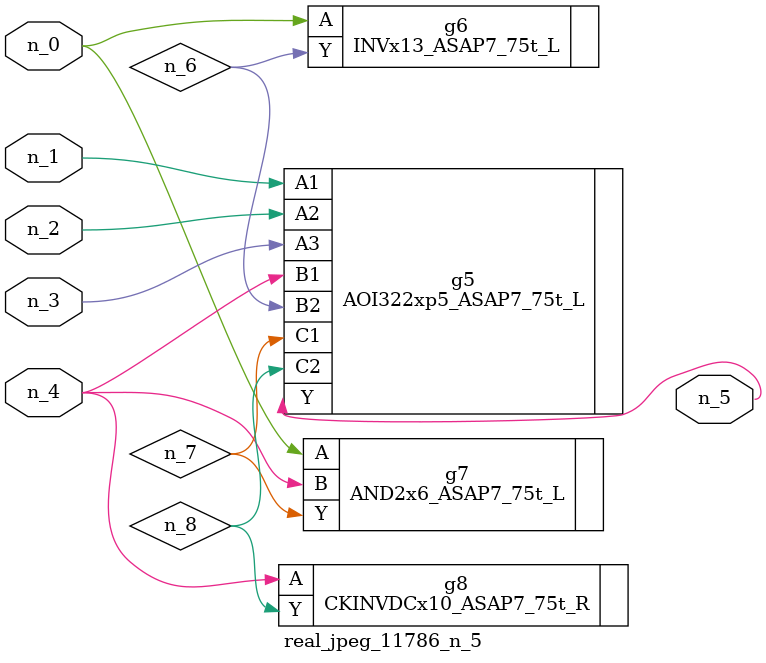
<source format=v>
module real_jpeg_11786_n_5 (n_4, n_0, n_1, n_2, n_3, n_5);

input n_4;
input n_0;
input n_1;
input n_2;
input n_3;

output n_5;

wire n_8;
wire n_6;
wire n_7;

INVx13_ASAP7_75t_L g6 ( 
.A(n_0),
.Y(n_6)
);

AND2x6_ASAP7_75t_L g7 ( 
.A(n_0),
.B(n_4),
.Y(n_7)
);

AOI322xp5_ASAP7_75t_L g5 ( 
.A1(n_1),
.A2(n_2),
.A3(n_3),
.B1(n_4),
.B2(n_6),
.C1(n_7),
.C2(n_8),
.Y(n_5)
);

CKINVDCx10_ASAP7_75t_R g8 ( 
.A(n_4),
.Y(n_8)
);


endmodule
</source>
